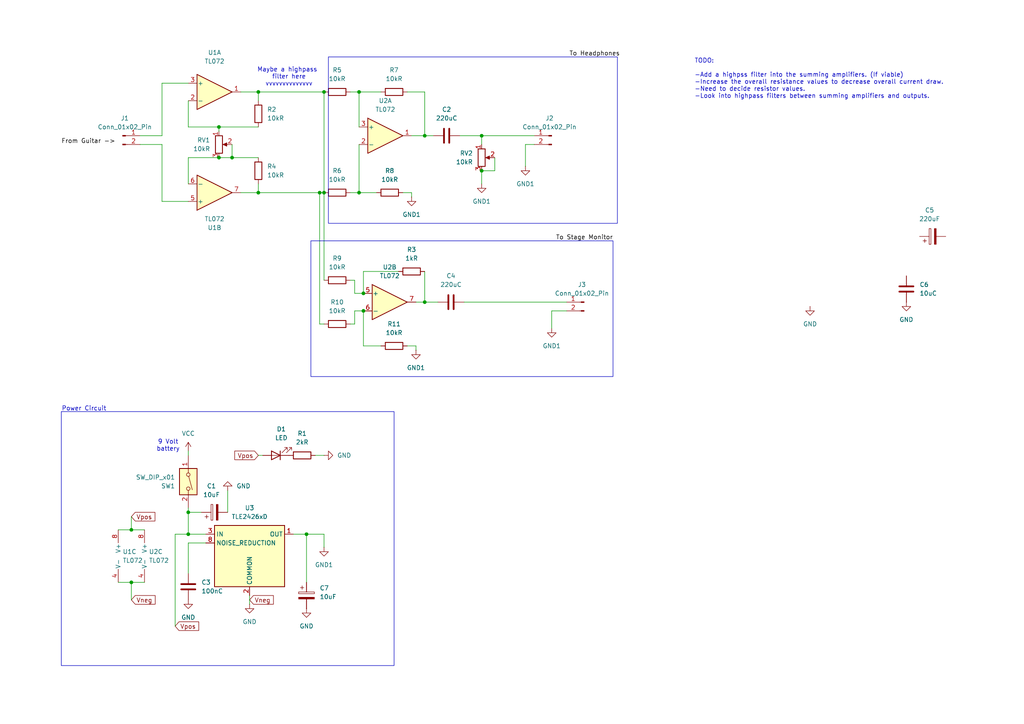
<source format=kicad_sch>
(kicad_sch (version 20231120) (generator "eeschema") (generator_version "8.0")
  (paper "A4")
  (lib_symbols
    (symbol "Amplifier_Operational:TL072" (pin_names (offset 0.127))
      (property "Reference" "U" (at 0 5.08 0))
      (property "Value" "TL072" (at 0 -5.08 0))
      (symbol "TL072_1_1"
        (polyline (pts (xy -5.08 5.08) (xy 5.08 0) (xy -5.08 -5.08) (xy -5.08 5.08)) (stroke (width 0.254)) (fill (type background)))
        (pin output line (at 7.62 0 180) (length 2.54) (name "~") (number "1"))
        (pin input line (at -7.62 -2.54 0) (length 2.54) (name "-") (number "2"))
        (pin input line (at -7.62 2.54 0) (length 2.54) (name "+") (number "3"))
      )
      (symbol "TL072_2_1"
        (polyline (pts (xy -5.08 5.08) (xy 5.08 0) (xy -5.08 -5.08) (xy -5.08 5.08)) (stroke (width 0.254)) (fill (type background)))
        (pin input line (at -7.62 2.54 0) (length 2.54) (name "+") (number "5"))
        (pin input line (at -7.62 -2.54 0) (length 2.54) (name "-") (number "6"))
        (pin output line (at 7.62 0 180) (length 2.54) (name "~") (number "7"))
      )
      (symbol "TL072_3_1"
        (pin power_in line (at -2.54 -7.62 90) (length 3.81) (name "V-") (number "4"))
        (pin power_in line (at -2.54 7.62 270) (length 3.81) (name "V+") (number "8"))
      )
    )
    (symbol "Connector:Conn_01x02_Pin" (pin_names (offset 1.016) hide)
      (property "Reference" "J" (at 0 2.54 0))
      (property "Value" "Conn_01x02_Pin" (at 0 -5.08 0))
      (symbol "Conn_01x02_Pin_1_1"
        (polyline (pts (xy 1.27 -2.54) (xy 0.8636 -2.54)) (stroke (width 0.1524)))
        (polyline (pts (xy 1.27 0) (xy 0.8636 0)) (stroke (width 0.1524)))
        (rectangle (start 0.8636 -2.413) (end 0 -2.667) (stroke (width 0.1524)) (fill (type outline)))
        (rectangle (start 0.8636 0.127) (end 0 -0.127) (stroke (width 0.1524)) (fill (type outline)))
        (pin passive line (at 5.08 0 180) (length 3.81) (name "Pin_1") (number "1"))
        (pin passive line (at 5.08 -2.54 180) (length 3.81) (name "Pin_2") (number "2"))
      )
    )
    (symbol "Device:C" (pin_numbers hide) (pin_names (offset 0.254))
      (property "Reference" "C" (at 0.635 2.54 0))
      (property "Value" "C" (at 0.635 -2.54 0))
      (symbol "C_0_1"
        (polyline (pts (xy -2.032 -0.762) (xy 2.032 -0.762)) (stroke (width 0.508)))
        (polyline (pts (xy -2.032 0.762) (xy 2.032 0.762)) (stroke (width 0.508)))
      )
      (symbol "C_1_1"
        (pin passive line (at 0 3.81 270) (length 2.794) (name "~") (number "1"))
        (pin passive line (at 0 -3.81 90) (length 2.794) (name "~") (number "2"))
      )
    )
    (symbol "Device:C_Polarized" (pin_numbers hide) (pin_names (offset 0.254))
      (property "Reference" "C" (at 0.635 2.54 0))
      (property "Value" "C_Polarized" (at 0.635 -2.54 0))
      (symbol "C_Polarized_0_1"
        (rectangle (start -2.286 0.508) (end 2.286 1.016))
        (polyline (pts (xy -1.778 2.286) (xy -0.762 2.286)))
        (polyline (pts (xy -1.27 2.794) (xy -1.27 1.778)))
        (rectangle (start 2.286 -0.508) (end -2.286 -1.016) (fill (type outline)))
      )
      (symbol "C_Polarized_1_1"
        (pin passive line (at 0 3.81 270) (length 2.794) (name "~") (number "1"))
        (pin passive line (at 0 -3.81 90) (length 2.794) (name "~") (number "2"))
      )
    )
    (symbol "Device:LED" (pin_numbers hide) (pin_names (offset 1.016) hide)
      (property "Reference" "D" (at 0 2.54 0))
      (property "Value" "LED" (at 0 -2.54 0))
      (symbol "LED_0_1"
        (polyline (pts (xy -1.27 -1.27) (xy -1.27 1.27)) (stroke (width 0.254)))
        (polyline (pts (xy -1.27 0) (xy 1.27 0)))
        (polyline (pts (xy 1.27 -1.27) (xy 1.27 1.27) (xy -1.27 0) (xy 1.27 -1.27)) (stroke (width 0.254)))
        (polyline (pts (xy -3.048 -0.762) (xy -4.572 -2.286) (xy -3.81 -2.286) (xy -4.572 -2.286) (xy -4.572 -1.524)))
        (polyline (pts (xy -1.778 -0.762) (xy -3.302 -2.286) (xy -2.54 -2.286) (xy -3.302 -2.286) (xy -3.302 -1.524)))
      )
      (symbol "LED_1_1"
        (pin passive line (at -3.81 0 0) (length 2.54) (name "K") (number "1"))
        (pin passive line (at 3.81 0 180) (length 2.54) (name "A") (number "2"))
      )
    )
    (symbol "Device:R" (pin_numbers hide) (pin_names (offset 0))
      (property "Reference" "R" (at 2.032 0 90))
      (property "Value" "R" (at 0 0 90))
      (symbol "R_0_1"
        (rectangle (start -1.016 -2.54) (end 1.016 2.54) (stroke (width 0.254)))
      )
      (symbol "R_1_1"
        (pin passive line (at 0 3.81 270) (length 1.27) (name "~") (number "1"))
        (pin passive line (at 0 -3.81 90) (length 1.27) (name "~") (number "2"))
      )
    )
    (symbol "Device:R_Potentiometer" (pin_names (offset 1.016) hide)
      (property "Reference" "RV" (at -4.445 0 90))
      (property "Value" "R_Potentiometer" (at -2.54 0 90))
      (symbol "R_Potentiometer_0_1"
        (polyline (pts (xy 2.54 0) (xy 1.524 0)))
        (polyline (pts (xy 1.143 0) (xy 2.286 0.508) (xy 2.286 -0.508) (xy 1.143 0)) (fill (type outline)))
        (rectangle (start 1.016 2.54) (end -1.016 -2.54) (stroke (width 0.254)))
      )
      (symbol "R_Potentiometer_1_1"
        (pin passive line (at 0 3.81 270) (length 1.27) (name "1") (number "1"))
        (pin passive line (at 3.81 0 180) (length 1.27) (name "2") (number "2"))
        (pin passive line (at 0 -3.81 90) (length 1.27) (name "3") (number "3"))
      )
    )
    (symbol "GND_1" (power) (pin_numbers hide) (pin_names (offset 0) hide)
      (property "Value" "GND" (at 0 -3.81 0))
      (symbol "GND_1_0_1"
        (polyline (pts (xy 0 0) (xy 0 -1.27) (xy 1.27 -1.27) (xy 0 -2.54) (xy -1.27 -1.27) (xy 0 -1.27)))
      )
      (symbol "GND_1_1_1"
        (pin power_in line (at 0 0 270) (length 0) (name "~") (number "1"))
      )
    )
    (symbol "Reference_Voltage:TLE2426xD"
      (property "Reference" "U" (at -10.414 8.89 0))
      (property "Value" "TLE2426xD" (at 10.16 8.89 0))
      (symbol "TLE2426xD_0_1"
        (rectangle (start -10.16 7.62) (end 10.16 -10.16) (stroke (width 0.254)) (fill (type background)))
      )
      (symbol "TLE2426xD_1_1"
        (pin power_out line (at 12.7 5.08 180) (length 2.54) (name "OUT") (number "1"))
        (pin power_in line (at 0 -12.7 90) (length 2.54) (name "COMMON") (number "2"))
        (pin power_in line (at -12.7 5.08 0) (length 2.54) (name "IN") (number "3"))
        (pin no_connect line (at -10.16 0 0) (length 2.54) hide (name "NC") (number "4"))
        (pin no_connect line (at -10.16 -2.54 0) (length 2.54) hide (name "NC") (number "5"))
        (pin no_connect line (at 10.16 0 180) (length 2.54) hide (name "NC") (number "6"))
        (pin no_connect line (at 10.16 -2.54 180) (length 2.54) hide (name "NC") (number "7"))
        (pin passive line (at -12.7 2.54 0) (length 2.54) (name "NOISE_REDUCTION") (number "8"))
      )
    )
    (symbol "Switch:SW_DIP_x01" (pin_names (offset 0) hide)
      (property "Reference" "SW" (at 0 3.81 0))
      (property "Value" "SW_DIP_x01" (at 0 -3.81 0))
      (symbol "SW_DIP_x01_0_0"
        (circle (center -2.032 0) (radius 0.508))
        (polyline (pts (xy -1.524 0.127) (xy 2.3622 1.1684)))
        (circle (center 2.032 0) (radius 0.508))
      )
      (symbol "SW_DIP_x01_0_1"
        (rectangle (start -3.81 2.54) (end 3.81 -2.54) (stroke (width 0.254)) (fill (type background)))
      )
      (symbol "SW_DIP_x01_1_1"
        (pin passive line (at -7.62 0 0) (length 5.08) (name "~") (number "1"))
        (pin passive line (at 7.62 0 180) (length 5.08) (name "~") (number "2"))
      )
    )
    (symbol "power:GND1" (power) (pin_numbers hide) (pin_names (offset 0) hide)
      (property "Value" "GND1" (at 0 -3.81 0))
      (symbol "GND1_0_1"
        (polyline (pts (xy 0 0) (xy 0 -1.27) (xy 1.27 -1.27) (xy 0 -2.54) (xy -1.27 -1.27) (xy 0 -1.27)))
      )
      (symbol "GND1_1_1"
        (pin power_in line (at 0 0 270) (length 0) (name "~") (number "1"))
      )
    )
    (symbol "power:VCC" (power) (pin_numbers hide) (pin_names (offset 0) hide)
      (property "Value" "VCC" (at 0 3.556 0))
      (symbol "VCC_0_1"
        (polyline (pts (xy -0.762 1.27) (xy 0 2.54)))
        (polyline (pts (xy 0 0) (xy 0 2.54)))
        (polyline (pts (xy 0 2.54) (xy 0.762 1.27)))
      )
      (symbol "VCC_1_1"
        (pin power_in line (at 0 0 90) (length 0) (name "~") (number "1"))
      )
    )
  )
  (junction (at 63.5 45.72))
  (junction (at 67.31 45.72))
  (junction (at 139.7 39.37))
  (junction (at 104.14 55.88))
  (junction (at 54.61 154.94))
  (junction (at 93.98 26.67))
  (junction (at 104.14 26.67))
  (junction (at 88.9 154.94))
  (junction (at 105.41 90.17))
  (junction (at 38.1 153.67))
  (junction (at 105.41 85.09))
  (junction (at 123.19 39.37))
  (junction (at 123.19 87.63))
  (junction (at 93.98 55.88))
  (junction (at 38.1 168.91))
  (junction (at 54.61 148.59))
  (junction (at 139.7 49.53))
  (junction (at 63.5 36.83))
  (junction (at 74.93 26.67))
  (junction (at 74.93 55.88))
  (junction (at 92.71 55.88))
  (wire (pts (xy 104.14 26.67) (xy 104.14 36.83)))
  (wire (pts (xy 92.71 55.88) (xy 93.98 55.88)))
  (wire (pts (xy 102.87 85.09) (xy 102.87 81.28)))
  (wire (pts (xy 123.19 26.67) (xy 123.19 39.37)))
  (wire (pts (xy 104.14 55.88) (xy 109.22 55.88)))
  (wire (pts (xy 46.99 39.37) (xy 46.99 24.13)))
  (wire (pts (xy 46.99 41.91) (xy 46.99 58.42)))
  (wire (pts (xy 74.93 26.67) (xy 69.85 26.67)))
  (wire (pts (xy 123.19 39.37) (xy 119.38 39.37)))
  (wire (pts (xy 120.65 100.33) (xy 120.65 101.6)))
  (wire (pts (xy 123.19 87.63) (xy 120.65 87.63)))
  (wire (pts (xy 38.1 168.91) (xy 41.91 168.91)))
  (wire (pts (xy 101.6 26.67) (xy 104.14 26.67)))
  (wire (pts (xy 34.29 168.91) (xy 38.1 168.91)))
  (wire (pts (xy 50.8 181.61) (xy 50.8 154.94)))
  (wire (pts (xy 91.44 132.08) (xy 93.98 132.08)))
  (wire (pts (xy 110.49 100.33) (xy 105.41 100.33)))
  (wire (pts (xy 54.61 36.83) (xy 63.5 36.83)))
  (wire (pts (xy 143.51 45.72) (xy 143.51 49.53)))
  (wire (pts (xy 125.73 39.37) (xy 123.19 39.37)))
  (wire (pts (xy 72.39 175.26) (xy 72.39 172.72)))
  (wire (pts (xy 74.93 55.88) (xy 69.85 55.88)))
  (wire (pts (xy 105.41 78.74) (xy 105.41 85.09)))
  (wire (pts (xy 123.19 78.74) (xy 123.19 87.63)))
  (wire (pts (xy 54.61 147.32) (xy 54.61 148.59)))
  (wire (pts (xy 66.04 142.24) (xy 66.04 148.59)))
  (wire (pts (xy 74.93 36.83) (xy 63.5 36.83)))
  (wire (pts (xy 118.11 100.33) (xy 120.65 100.33)))
  (wire (pts (xy 102.87 93.98) (xy 102.87 90.17)))
  (wire (pts (xy 46.99 24.13) (xy 54.61 24.13)))
  (wire (pts (xy 101.6 55.88) (xy 104.14 55.88)))
  (wire (pts (xy 54.61 130.81) (xy 54.61 132.08)))
  (wire (pts (xy 54.61 157.48) (xy 59.69 157.48)))
  (wire (pts (xy 63.5 36.83) (xy 63.5 38.1)))
  (wire (pts (xy 74.93 26.67) (xy 93.98 26.67)))
  (wire (pts (xy 139.7 41.91) (xy 139.7 39.37)))
  (wire (pts (xy 93.98 154.94) (xy 88.9 154.94)))
  (wire (pts (xy 54.61 148.59) (xy 58.42 148.59)))
  (wire (pts (xy 40.64 41.91) (xy 46.99 41.91)))
  (wire (pts (xy 34.29 153.67) (xy 38.1 153.67)))
  (wire (pts (xy 40.64 39.37) (xy 46.99 39.37)))
  (wire (pts (xy 63.5 45.72) (xy 67.31 45.72)))
  (wire (pts (xy 102.87 85.09) (xy 105.41 85.09)))
  (wire (pts (xy 46.99 58.42) (xy 54.61 58.42)))
  (wire (pts (xy 160.02 90.17) (xy 164.338 90.17)))
  (wire (pts (xy 54.61 29.21) (xy 54.61 36.83)))
  (wire (pts (xy 54.61 148.59) (xy 54.61 154.94)))
  (wire (pts (xy 104.14 41.91) (xy 104.14 55.88)))
  (wire (pts (xy 74.93 29.21) (xy 74.93 26.67)))
  (wire (pts (xy 38.1 168.91) (xy 38.1 173.99)))
  (wire (pts (xy 54.61 45.72) (xy 63.5 45.72)))
  (wire (pts (xy 67.31 41.91) (xy 67.31 45.72)))
  (wire (pts (xy 92.71 93.98) (xy 92.71 55.88)))
  (wire (pts (xy 54.61 166.37) (xy 54.61 157.48)))
  (wire (pts (xy 102.87 90.17) (xy 105.41 90.17)))
  (wire (pts (xy 50.8 154.94) (xy 54.61 154.94)))
  (wire (pts (xy 152.4 48.26) (xy 152.4 41.91)))
  (wire (pts (xy 116.84 55.88) (xy 119.38 55.88)))
  (wire (pts (xy 105.41 78.74) (xy 115.57 78.74)))
  (wire (pts (xy 74.93 53.34) (xy 74.93 55.88)))
  (wire (pts (xy 54.61 53.34) (xy 54.61 45.72)))
  (wire (pts (xy 139.7 53.34) (xy 139.7 49.53)))
  (wire (pts (xy 88.9 154.94) (xy 88.9 168.91)))
  (wire (pts (xy 123.19 26.67) (xy 118.11 26.67)))
  (wire (pts (xy 74.93 132.08) (xy 76.2 132.08)))
  (wire (pts (xy 93.98 55.88) (xy 93.98 81.28)))
  (wire (pts (xy 93.98 26.67) (xy 93.98 55.88)))
  (wire (pts (xy 105.41 100.33) (xy 105.41 90.17)))
  (wire (pts (xy 93.98 93.98) (xy 92.71 93.98)))
  (wire (pts (xy 139.7 39.37) (xy 154.94 39.37)))
  (wire (pts (xy 74.93 55.88) (xy 92.71 55.88)))
  (wire (pts (xy 160.02 95.25) (xy 160.02 90.17)))
  (wire (pts (xy 134.62 87.63) (xy 164.338 87.63)))
  (wire (pts (xy 119.38 55.88) (xy 119.38 57.15)))
  (wire (pts (xy 123.19 87.63) (xy 127 87.63)))
  (wire (pts (xy 54.61 154.94) (xy 59.69 154.94)))
  (wire (pts (xy 88.9 154.94) (xy 85.09 154.94)))
  (wire (pts (xy 93.98 158.75) (xy 93.98 154.94)))
  (wire (pts (xy 102.87 81.28) (xy 101.6 81.28)))
  (wire (pts (xy 133.35 39.37) (xy 139.7 39.37)))
  (wire (pts (xy 139.7 49.53) (xy 143.51 49.53)))
  (wire (pts (xy 152.4 41.91) (xy 154.94 41.91)))
  (wire (pts (xy 38.1 149.86) (xy 38.1 153.67)))
  (wire (pts (xy 67.31 45.72) (xy 74.93 45.72)))
  (wire (pts (xy 104.14 26.67) (xy 110.49 26.67)))
  (wire (pts (xy 38.1 153.67) (xy 41.91 153.67)))
  (wire (pts (xy 102.87 93.98) (xy 101.6 93.98)))
  (rectangle (start 17.78 119.38) (end 114.3 193.04))
  (rectangle (start 90.17 69.85) (end 177.8 109.22))
  (rectangle (start 95.25 16.51) (end 179.07 64.77))
  (text "Power Circuit" (at 24.384 118.618 0) (effects (font (size 1.27 1.27))))
  (text "TODO:\n\n-Add a highpss filter into the summing amplifiers. (If viable)\n-Increase the overall resistance values to decrease overall current draw.\n-Need to decide resistor values.\n-Look into highpass filters between summing amplifiers and outputs." (at 201.422 22.86 0) (effects (font (size 1.27 1.27)) (justify left)))
  (text "9 Volt\nbattery" (at 48.768 129.286 0) (effects (font (size 1.27 1.27))))
  (text "Maybe a highpass \nfilter here\nvvvvvvvvvvvvvv" (at 83.82 22.352 0) (effects (font (size 1.27 1.27))))
  (label "To Stage Monitor" (at 177.8 69.85 180))
  (label "To Headphones" (at 165.1 16.51 0))
  (label "From Guitar ->" (at 17.78 41.91 0))
  (global_label "Vpos" (shape input) (at 38.1 149.86 0) (property "Intersheetrefs" "${INTERSHEET_REFS}" (effects (hide yes))))
  (global_label "Vneg" (shape input) (at 38.1 173.99 0) (property "Intersheetrefs" "${INTERSHEET_REFS}" (effects (hide yes))))
  (global_label "Vpos" (shape input) (at 50.8 181.61 0) (property "Intersheetrefs" "${INTERSHEET_REFS}" (effects (hide yes))))
  (global_label "Vpos" (shape input) (at 74.93 132.08 180) (property "Intersheetrefs" "${INTERSHEET_REFS}" (effects (hide yes))))
  (global_label "Vneg" (shape input) (at 72.39 173.99 0) (property "Intersheetrefs" "${INTERSHEET_REFS}" (effects (hide yes))))
  (symbol (lib_id "power:GND1") (at 139.7 53.34 0) (unit 1)
    (property "Reference" "#PWR011" (effects (hide yes)))
    (property "Value" "GND1" (at 139.7 58.42 0))
    (property "Description" "Power symbol creates a global label with name \"GND1\" , ground" (effects (hide yes)))
  )
  (symbol (lib_id "power:GND1") (at 120.65 101.6 0) (unit 1)
    (property "Reference" "#PWR013" (effects (hide yes)))
    (property "Value" "GND1" (at 120.65 106.68 0))
    (property "Description" "Power symbol creates a global label with name \"GND1\" , ground" (effects (hide yes)))
  )
  (symbol (lib_id "Device:C") (at 129.54 39.37 270) (unit 1)
    (property "Reference" "C2" (at 129.54 31.75 90))
    (property "Value" "220uC" (at 129.54 34.29 90))
    (property "Description" "Unpolarized capacitor" (effects (hide yes)))
  )
  (symbol (lib_name "GND_1") (lib_id "power:GND") (at 88.9 176.53 0) (unit 1)
    (property "Reference" "#PWR012" (effects (hide yes)))
    (property "Value" "GND" (at 88.9 181.61 0))
    (property "Description" "Power symbol creates a global label with name \"GND\" , ground" (effects (hide yes)))
  )
  (symbol (lib_id "Device:R_Potentiometer") (at 139.7 45.72 0) (unit 1)
    (property "Reference" "RV2" (at 137.16 44.4499 0) (effects (justify right)))
    (property "Value" "10kR" (at 137.16 46.9899 0) (effects (justify right)))
    (property "Description" "Potentiometer" (effects (hide yes)))
  )
  (symbol (lib_id "Device:LED") (at 80.01 132.08 180) (unit 1)
    (property "Reference" "D1" (at 81.5975 124.46 0))
    (property "Value" "LED" (at 81.5975 127 0))
    (property "Description" "Light emitting diode" (effects (hide yes)))
  )
  (symbol (lib_id "Device:C_Polarized") (at 270.51 68.58 90) (unit 1)
    (property "Reference" "C5" (at 269.621 60.96 90))
    (property "Value" "220uF" (at 269.621 63.5 90))
    (property "Description" "Polarized capacitor" (effects (hide yes)))
  )
  (symbol (lib_id "Amplifier_Operational:TL072") (at 36.83 161.29 0) (unit 3)
    (property "Reference" "U1" (at 35.56 160.0199 0) (effects (justify left)))
    (property "Value" "TL072" (at 35.56 162.5599 0) (effects (justify left)))
    (property "Datasheet" "http://www.ti.com/lit/ds/symlink/tl071.pdf" (effects (hide yes)))
    (property "Description" "Dual Low-Noise JFET-Input Operational Amplifiers, DIP-8/SOIC-8" (effects (hide yes)))
  )
  (symbol (lib_id "Device:R") (at 113.03 55.88 270) (unit 1)
    (property "Reference" "R8" (at 113.03 49.53 90))
    (property "Value" "10kR" (at 113.03 52.07 90))
    (property "Description" "Resistor" (effects (hide yes)))
  )
  (symbol (lib_id "Connector:Conn_01x02_Pin") (at 169.418 87.63 0) (mirror y) (unit 1)
    (property "Reference" "J3" (at 168.783 82.55 0))
    (property "Value" "Conn_01x02_Pin" (at 168.783 85.09 0))
    (property "Description" "Generic connector, single row, 01x02, script generated" (effects (hide yes)))
  )
  (symbol (lib_id "Device:R") (at 97.79 93.98 270) (unit 1)
    (property "Reference" "R10" (at 97.79 87.63 90))
    (property "Value" "10kR" (at 97.79 90.17 90))
    (property "Description" "Resistor" (effects (hide yes)))
  )
  (symbol (lib_id "Device:C") (at 262.89 83.82 0) (unit 1)
    (property "Reference" "C6" (at 266.7 82.5499 0) (effects (justify left)))
    (property "Value" "10uC" (at 266.7 85.0899 0) (effects (justify left)))
    (property "Description" "Unpolarized capacitor" (effects (hide yes)))
  )
  (symbol (lib_id "power:GND1") (at 119.38 57.15 0) (unit 1)
    (property "Reference" "#PWR09" (effects (hide yes)))
    (property "Value" "GND1" (at 119.38 62.23 0))
    (property "Description" "Power symbol creates a global label with name \"GND1\" , ground" (effects (hide yes)))
  )
  (symbol (lib_name "GND_1") (lib_id "power:GND") (at 66.04 142.24 180) (unit 1)
    (property "Reference" "#PWR01" (effects (hide yes)))
    (property "Value" "GND" (at 68.58 140.9699 0) (effects (justify right)))
    (property "Description" "Power symbol creates a global label with name \"GND\" , ground" (effects (hide yes)))
  )
  (symbol (lib_id "Amplifier_Operational:TL072") (at 113.03 87.63 0) (unit 2)
    (property "Reference" "U2" (at 113.03 77.47 0))
    (property "Value" "TL072" (at 113.03 80.01 0))
    (property "Datasheet" "http://www.ti.com/lit/ds/symlink/tl071.pdf" (effects (hide yes)))
    (property "Description" "Dual Low-Noise JFET-Input Operational Amplifiers, DIP-8/SOIC-8" (effects (hide yes)))
  )
  (symbol (lib_id "Device:C_Polarized") (at 88.9 172.72 0) (unit 1)
    (property "Reference" "C7" (at 92.71 170.5609 0) (effects (justify left)))
    (property "Value" "10uF" (at 92.71 173.1009 0) (effects (justify left)))
    (property "Description" "Polarized capacitor" (effects (hide yes)))
  )
  (symbol (lib_name "GND_1") (lib_id "power:GND") (at 262.89 87.63 0) (unit 1)
    (property "Reference" "#PWR05" (effects (hide yes)))
    (property "Value" "GND" (at 262.89 92.71 0))
    (property "Description" "Power symbol creates a global label with name \"GND\" , ground" (effects (hide yes)))
  )
  (symbol (lib_id "power:VCC") (at 54.61 130.81 0) (unit 1)
    (property "Reference" "#PWR04" (effects (hide yes)))
    (property "Value" "VCC" (at 54.61 125.73 0))
    (property "Description" "Power symbol creates a global label with name \"VCC\"" (effects (hide yes)))
  )
  (symbol (lib_id "Amplifier_Operational:TL072") (at 62.23 55.88 0) (mirror x) (unit 2)
    (property "Reference" "U1" (at 62.23 66.04 0))
    (property "Value" "TL072" (at 62.23 63.5 0))
    (property "Datasheet" "http://www.ti.com/lit/ds/symlink/tl071.pdf" (effects (hide yes)))
    (property "Description" "Dual Low-Noise JFET-Input Operational Amplifiers, DIP-8/SOIC-8" (effects (hide yes)))
  )
  (symbol (lib_id "Device:R") (at 87.63 132.08 90) (unit 1)
    (property "Reference" "R1" (at 87.63 125.73 90))
    (property "Value" "2kR" (at 87.63 128.27 90))
    (property "Description" "Resistor" (effects (hide yes)))
  )
  (symbol (lib_id "Device:R") (at 114.3 100.33 270) (unit 1)
    (property "Reference" "R11" (at 114.3 93.98 90))
    (property "Value" "10kR" (at 114.3 96.52 90))
    (property "Description" "Resistor" (effects (hide yes)))
  )
  (symbol (lib_id "Device:R") (at 119.38 78.74 270) (unit 1)
    (property "Reference" "R3" (at 119.38 72.39 90))
    (property "Value" "1kR" (at 119.38 74.93 90))
    (property "Description" "Resistor" (effects (hide yes)))
  )
  (symbol (lib_id "Device:R_Potentiometer") (at 63.5 41.91 0) (unit 1)
    (property "Reference" "RV1" (at 60.96 40.6399 0) (effects (justify right)))
    (property "Value" "10kR" (at 60.96 43.1799 0) (effects (justify right)))
    (property "Description" "Potentiometer" (effects (hide yes)))
  )
  (symbol (lib_id "Device:R") (at 74.93 33.02 0) (unit 1)
    (property "Reference" "R2" (at 77.47 31.7499 0) (effects (justify left)))
    (property "Value" "10kR" (at 77.47 34.2899 0) (effects (justify left)))
    (property "Description" "Resistor" (effects (hide yes)))
  )
  (symbol (lib_id "Device:C") (at 54.61 170.18 0) (unit 1)
    (property "Reference" "C3" (at 58.42 168.9099 0) (effects (justify left)))
    (property "Value" "100nC" (at 58.42 171.4499 0) (effects (justify left)))
    (property "Description" "Unpolarized capacitor" (effects (hide yes)))
  )
  (symbol (lib_id "Amplifier_Operational:TL072") (at 111.76 39.37 0) (unit 1)
    (property "Reference" "U2" (at 111.76 29.21 0))
    (property "Value" "TL072" (at 111.76 31.75 0))
    (property "Datasheet" "http://www.ti.com/lit/ds/symlink/tl071.pdf" (effects (hide yes)))
    (property "Description" "Dual Low-Noise JFET-Input Operational Amplifiers, DIP-8/SOIC-8" (effects (hide yes)))
  )
  (symbol (lib_id "Device:C_Polarized") (at 62.23 148.59 90) (unit 1)
    (property "Reference" "C1" (at 61.341 140.97 90))
    (property "Value" "10uF" (at 61.341 143.51 90))
    (property "Description" "Polarized capacitor" (effects (hide yes)))
  )
  (symbol (lib_id "Device:R") (at 114.3 26.67 270) (unit 1)
    (property "Reference" "R7" (at 114.3 20.32 90))
    (property "Value" "10kR" (at 114.3 22.86 90))
    (property "Description" "Resistor" (effects (hide yes)))
  )
  (symbol (lib_id "Reference_Voltage:TLE2426xD") (at 72.39 160.02 0) (unit 1)
    (property "Reference" "U3" (at 72.39 147.32 0))
    (property "Value" "TLE2426xD" (at 72.39 149.86 0))
    (property "Footprint" "Package_SO:SOIC-8_3.9x4.9mm_P1.27mm" (effects (hide yes)))
    (property "Datasheet" "http://www.ti.com/lit/ds/symlink/tle2426.pdf" (effects (hide yes)))
    (property "Description" "Precision virtual ground, noise reduction pin, 4V to 40V input, SOIC-8" (effects (hide yes)))
  )
  (symbol (lib_name "GND_1") (lib_id "power:GND") (at 54.61 173.99 0) (unit 1)
    (property "Reference" "#PWR014" (effects (hide yes)))
    (property "Value" "GND" (at 54.61 179.07 0))
    (property "Description" "Power symbol creates a global label with name \"GND\" , ground" (effects (hide yes)))
  )
  (symbol (lib_id "Switch:SW_DIP_x01") (at 54.61 139.7 270) (unit 1)
    (property "Reference" "SW1" (at 50.8 140.9701 90) (effects (justify right)))
    (property "Value" "SW_DIP_x01" (at 50.8 138.4301 90) (effects (justify right)))
    (property "Description" "1x DIP Switch, Single Pole Single Throw (SPST) switch, small symbol" (effects (hide yes)))
  )
  (symbol (lib_id "Device:R") (at 74.93 49.53 0) (unit 1)
    (property "Reference" "R4" (at 77.47 48.2599 0) (effects (justify left)))
    (property "Value" "10kR" (at 77.47 50.7999 0) (effects (justify left)))
    (property "Description" "Resistor" (effects (hide yes)))
  )
  (symbol (lib_id "Amplifier_Operational:TL072") (at 44.45 161.29 0) (unit 3)
    (property "Reference" "U2" (at 43.18 160.0199 0) (effects (justify left)))
    (property "Value" "TL072" (at 43.18 162.5599 0) (effects (justify left)))
    (property "Datasheet" "http://www.ti.com/lit/ds/symlink/tl071.pdf" (effects (hide yes)))
    (property "Description" "Dual Low-Noise JFET-Input Operational Amplifiers, DIP-8/SOIC-8" (effects (hide yes)))
  )
  (symbol (lib_id "power:GND1") (at 93.98 158.75 0) (unit 1)
    (property "Reference" "#PWR07" (effects (hide yes)))
    (property "Value" "GND1" (at 93.98 163.83 0))
    (property "Description" "Power symbol creates a global label with name \"GND1\" , ground" (effects (hide yes)))
  )
  (symbol (lib_name "GND_1") (lib_id "power:GND") (at 93.98 132.08 90) (unit 1)
    (property "Reference" "#PWR03" (effects (hide yes)))
    (property "Value" "GND" (at 97.79 132.0799 90) (effects (justify right)))
    (property "Description" "Power symbol creates a global label with name \"GND\" , ground" (effects (hide yes)))
  )
  (symbol (lib_name "GND_1") (lib_id "power:GND") (at 72.39 175.26 0) (unit 1)
    (property "Reference" "#PWR08" (effects (hide yes)))
    (property "Value" "GND" (at 72.39 180.34 0))
    (property "Description" "Power symbol creates a global label with name \"GND\" , ground" (effects (hide yes)))
  )
  (symbol (lib_name "GND_1") (lib_id "power:GND") (at 234.95 88.9 0) (unit 1)
    (property "Reference" "#PWR02" (effects (hide yes)))
    (property "Value" "GND" (at 234.95 93.98 0))
    (property "Description" "Power symbol creates a global label with name \"GND\" , ground" (effects (hide yes)))
  )
  (symbol (lib_id "Device:C") (at 130.81 87.63 270) (unit 1)
    (property "Reference" "C4" (at 130.81 80.01 90))
    (property "Value" "220uC" (at 130.81 82.55 90))
    (property "Description" "Unpolarized capacitor" (effects (hide yes)))
  )
  (symbol (lib_id "power:GND1") (at 152.4 48.26 0) (unit 1)
    (property "Reference" "#PWR010" (effects (hide yes)))
    (property "Value" "GND1" (at 152.4 53.34 0))
    (property "Description" "Power symbol creates a global label with name \"GND1\" , ground" (effects (hide yes)))
  )
  (symbol (lib_id "Device:R") (at 97.79 55.88 270) (unit 1)
    (property "Reference" "R6" (at 97.79 49.53 90))
    (property "Value" "10kR" (at 97.79 52.07 90))
    (property "Description" "Resistor" (effects (hide yes)))
  )
  (symbol (lib_id "power:GND1") (at 160.02 95.25 0) (unit 1)
    (property "Reference" "#PWR06" (effects (hide yes)))
    (property "Value" "GND1" (at 160.02 100.33 0))
    (property "Description" "Power symbol creates a global label with name \"GND1\" , ground" (effects (hide yes)))
  )
  (symbol (lib_id "Amplifier_Operational:TL072") (at 62.23 26.67 0) (unit 1)
    (property "Reference" "U1" (at 62.23 15.24 0))
    (property "Value" "TL072" (at 62.23 17.78 0))
    (property "Datasheet" "http://www.ti.com/lit/ds/symlink/tl071.pdf" (effects (hide yes)))
    (property "Description" "Dual Low-Noise JFET-Input Operational Amplifiers, DIP-8/SOIC-8" (effects (hide yes)))
  )
  (symbol (lib_id "Connector:Conn_01x02_Pin") (at 35.56 39.37 0) (unit 1)
    (property "Reference" "J1" (at 36.195 34.29 0))
    (property "Value" "Conn_01x02_Pin" (at 36.195 36.83 0))
    (property "Description" "Generic connector, single row, 01x02, script generated" (effects (hide yes)))
  )
  (symbol (lib_id "Device:R") (at 97.79 26.67 270) (unit 1)
    (property "Reference" "R5" (at 97.79 20.32 90))
    (property "Value" "10kR" (at 97.79 22.86 90))
    (property "Description" "Resistor" (effects (hide yes)))
  )
  (symbol (lib_id "Device:R") (at 97.79 81.28 270) (unit 1)
    (property "Reference" "R9" (at 97.79 74.93 90))
    (property "Value" "10kR" (at 97.79 77.47 90))
    (property "Description" "Resistor" (effects (hide yes)))
  )
  (symbol (lib_id "Connector:Conn_01x02_Pin") (at 160.02 39.37 0) (mirror y) (unit 1)
    (property "Reference" "J2" (at 159.385 34.29 0))
    (property "Value" "Conn_01x02_Pin" (at 159.385 36.83 0))
    (property "Description" "Generic connector, single row, 01x02, script generated" (effects (hide yes)))
  )
)
</source>
